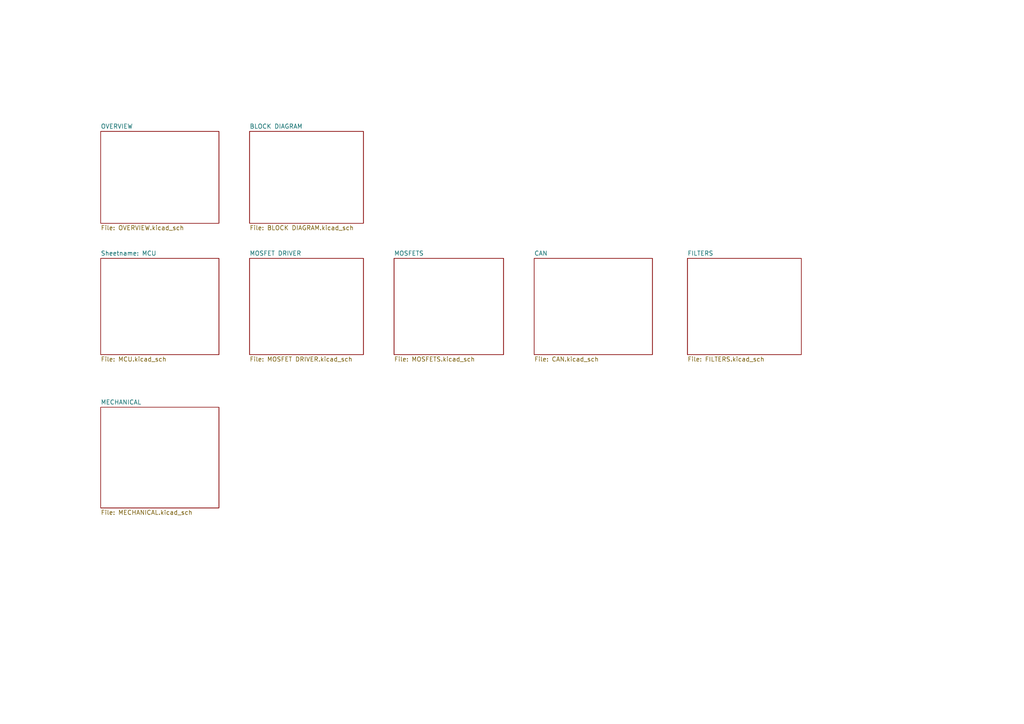
<source format=kicad_sch>
(kicad_sch
	(version 20231120)
	(generator "eeschema")
	(generator_version "8.0")
	(uuid "83fa9ed7-c8dd-46a0-9e4c-22f26cee001e")
	(paper "A4")
	(lib_symbols)
	(sheet
		(at 29.21 74.93)
		(size 34.29 27.94)
		(fields_autoplaced yes)
		(stroke
			(width 0.1524)
			(type solid)
		)
		(fill
			(color 0 0 0 0.0000)
		)
		(uuid "106ddb9b-eaf7-4986-a036-910c47807a49")
		(property "Sheetname" "MCU"
			(at 29.21 74.2184 0)
			(show_name yes)
			(effects
				(font
					(size 1.27 1.27)
				)
				(justify left bottom)
			)
		)
		(property "Sheetfile" "MCU.kicad_sch"
			(at 29.21 103.4546 0)
			(effects
				(font
					(size 1.27 1.27)
				)
				(justify left top)
			)
		)
		(instances
			(project "RaspberryPi-HAT"
				(path "/83fa9ed7-c8dd-46a0-9e4c-22f26cee001e"
					(page "2")
				)
			)
		)
	)
	(sheet
		(at 29.21 118.11)
		(size 34.29 29.21)
		(fields_autoplaced yes)
		(stroke
			(width 0.1524)
			(type solid)
		)
		(fill
			(color 0 0 0 0.0000)
		)
		(uuid "1a8dbf96-740c-4bfe-aecd-b47300dcf1cf")
		(property "Sheetname" "MECHANICAL"
			(at 29.21 117.3984 0)
			(effects
				(font
					(size 1.27 1.27)
				)
				(justify left bottom)
			)
		)
		(property "Sheetfile" "MECHANICAL.kicad_sch"
			(at 29.21 147.9046 0)
			(effects
				(font
					(size 1.27 1.27)
				)
				(justify left top)
			)
		)
		(instances
			(project "RaspberryPi-HAT"
				(path "/83fa9ed7-c8dd-46a0-9e4c-22f26cee001e"
					(page "7")
				)
			)
		)
	)
	(sheet
		(at 72.39 74.93)
		(size 33.02 27.94)
		(fields_autoplaced yes)
		(stroke
			(width 0.1524)
			(type solid)
		)
		(fill
			(color 0 0 0 0.0000)
		)
		(uuid "2eee8e37-473f-4705-b726-89856a06539d")
		(property "Sheetname" "MOSFET DRIVER"
			(at 72.39 74.2184 0)
			(effects
				(font
					(size 1.27 1.27)
				)
				(justify left bottom)
			)
		)
		(property "Sheetfile" "MOSFET DRIVER.kicad_sch"
			(at 72.39 103.4546 0)
			(effects
				(font
					(size 1.27 1.27)
				)
				(justify left top)
			)
		)
		(instances
			(project "RaspberryPi-HAT"
				(path "/83fa9ed7-c8dd-46a0-9e4c-22f26cee001e"
					(page "3")
				)
			)
		)
	)
	(sheet
		(at 114.3 74.93)
		(size 31.75 27.94)
		(fields_autoplaced yes)
		(stroke
			(width 0.1524)
			(type solid)
		)
		(fill
			(color 0 0 0 0.0000)
		)
		(uuid "40524b8c-0040-4847-b625-ba61a83da1ef")
		(property "Sheetname" "MOSFETS"
			(at 114.3 74.2184 0)
			(effects
				(font
					(size 1.27 1.27)
				)
				(justify left bottom)
			)
		)
		(property "Sheetfile" "MOSFETS.kicad_sch"
			(at 114.3 103.4546 0)
			(effects
				(font
					(size 1.27 1.27)
				)
				(justify left top)
			)
		)
		(instances
			(project "RaspberryPi-HAT"
				(path "/83fa9ed7-c8dd-46a0-9e4c-22f26cee001e"
					(page "4")
				)
			)
		)
	)
	(sheet
		(at 29.21 38.1)
		(size 34.29 26.67)
		(fields_autoplaced yes)
		(stroke
			(width 0.1524)
			(type solid)
		)
		(fill
			(color 0 0 0 0.0000)
		)
		(uuid "6f7d7aa0-9fb2-43be-bade-ebf81334f418")
		(property "Sheetname" "OVERVIEW"
			(at 29.21 37.3884 0)
			(effects
				(font
					(size 1.27 1.27)
				)
				(justify left bottom)
			)
		)
		(property "Sheetfile" "OVERVIEW.kicad_sch"
			(at 29.21 65.3546 0)
			(effects
				(font
					(size 1.27 1.27)
				)
				(justify left top)
			)
		)
		(instances
			(project "RaspberryPi-HAT"
				(path "/83fa9ed7-c8dd-46a0-9e4c-22f26cee001e"
					(page "8")
				)
			)
		)
	)
	(sheet
		(at 154.94 74.93)
		(size 34.29 27.94)
		(fields_autoplaced yes)
		(stroke
			(width 0.1524)
			(type solid)
		)
		(fill
			(color 0 0 0 0.0000)
		)
		(uuid "7681f920-e07c-41e3-8b95-43484b4e7f6f")
		(property "Sheetname" "CAN"
			(at 154.94 74.2184 0)
			(effects
				(font
					(size 1.27 1.27)
				)
				(justify left bottom)
			)
		)
		(property "Sheetfile" "CAN.kicad_sch"
			(at 154.94 103.4546 0)
			(effects
				(font
					(size 1.27 1.27)
				)
				(justify left top)
			)
		)
		(instances
			(project "RaspberryPi-HAT"
				(path "/83fa9ed7-c8dd-46a0-9e4c-22f26cee001e"
					(page "5")
				)
			)
		)
	)
	(sheet
		(at 199.39 74.93)
		(size 33.02 27.94)
		(fields_autoplaced yes)
		(stroke
			(width 0.1524)
			(type solid)
		)
		(fill
			(color 0 0 0 0.0000)
		)
		(uuid "d7ed2b86-090f-4dd0-9297-ebb68490160f")
		(property "Sheetname" "FILTERS"
			(at 199.39 74.2184 0)
			(effects
				(font
					(size 1.27 1.27)
				)
				(justify left bottom)
			)
		)
		(property "Sheetfile" "FILTERS.kicad_sch"
			(at 199.39 103.4546 0)
			(effects
				(font
					(size 1.27 1.27)
				)
				(justify left top)
			)
		)
		(instances
			(project "RaspberryPi-HAT"
				(path "/83fa9ed7-c8dd-46a0-9e4c-22f26cee001e"
					(page "6")
				)
			)
		)
	)
	(sheet
		(at 72.39 38.1)
		(size 33.02 26.67)
		(fields_autoplaced yes)
		(stroke
			(width 0.1524)
			(type solid)
		)
		(fill
			(color 0 0 0 0.0000)
		)
		(uuid "f6bb69b7-9736-4f0e-9729-af42a5866654")
		(property "Sheetname" "BLOCK DIAGRAM"
			(at 72.39 37.3884 0)
			(effects
				(font
					(size 1.27 1.27)
				)
				(justify left bottom)
			)
		)
		(property "Sheetfile" "BLOCK DIAGRAM.kicad_sch"
			(at 72.39 65.3546 0)
			(effects
				(font
					(size 1.27 1.27)
				)
				(justify left top)
			)
		)
		(instances
			(project "RaspberryPi-HAT"
				(path "/83fa9ed7-c8dd-46a0-9e4c-22f26cee001e"
					(page "9")
				)
			)
		)
	)
	(sheet_instances
		(path "/"
			(page "1")
		)
	)
)
</source>
